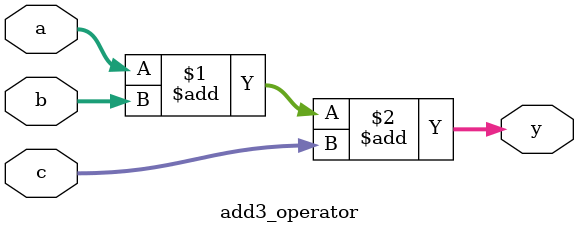
<source format=v>

module add3_operator(y,a,b,c);
  
parameter N = 8;
output [N-1:0]y;
input [N-1:0]a,b,c;

assign y = (a+b)+c;

endmodule

</source>
